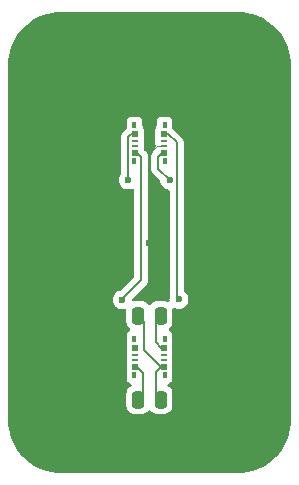
<source format=gtl>
G04 #@! TF.GenerationSoftware,KiCad,Pcbnew,8.0.1*
G04 #@! TF.CreationDate,2024-10-16T00:10:43-06:00*
G04 #@! TF.ProjectId,electrode1,656c6563-7472-46f6-9465-312e6b696361,rev?*
G04 #@! TF.SameCoordinates,Original*
G04 #@! TF.FileFunction,Copper,L1,Top*
G04 #@! TF.FilePolarity,Positive*
%FSLAX46Y46*%
G04 Gerber Fmt 4.6, Leading zero omitted, Abs format (unit mm)*
G04 Created by KiCad (PCBNEW 8.0.1) date 2024-10-16 00:10:43*
%MOMM*%
%LPD*%
G01*
G04 APERTURE LIST*
G04 Aperture macros list*
%AMRoundRect*
0 Rectangle with rounded corners*
0 $1 Rounding radius*
0 $2 $3 $4 $5 $6 $7 $8 $9 X,Y pos of 4 corners*
0 Add a 4 corners polygon primitive as box body*
4,1,4,$2,$3,$4,$5,$6,$7,$8,$9,$2,$3,0*
0 Add four circle primitives for the rounded corners*
1,1,$1+$1,$2,$3*
1,1,$1+$1,$4,$5*
1,1,$1+$1,$6,$7*
1,1,$1+$1,$8,$9*
0 Add four rect primitives between the rounded corners*
20,1,$1+$1,$2,$3,$4,$5,0*
20,1,$1+$1,$4,$5,$6,$7,0*
20,1,$1+$1,$6,$7,$8,$9,0*
20,1,$1+$1,$8,$9,$2,$3,0*%
G04 Aperture macros list end*
G04 #@! TA.AperFunction,SMDPad,CuDef*
%ADD10R,0.330200X0.482600*%
G04 #@! TD*
G04 #@! TA.AperFunction,SMDPad,CuDef*
%ADD11R,0.482600X0.584200*%
G04 #@! TD*
G04 #@! TA.AperFunction,SMDPad,CuDef*
%ADD12R,0.482600X0.279400*%
G04 #@! TD*
G04 #@! TA.AperFunction,SMDPad,CuDef*
%ADD13RoundRect,0.250000X-0.250000X-0.475000X0.250000X-0.475000X0.250000X0.475000X-0.250000X0.475000X0*%
G04 #@! TD*
G04 #@! TA.AperFunction,ViaPad*
%ADD14C,0.600000*%
G04 #@! TD*
G04 #@! TA.AperFunction,Conductor*
%ADD15C,0.200000*%
G04 #@! TD*
G04 #@! TA.AperFunction,Conductor*
%ADD16C,0.100000*%
G04 #@! TD*
G04 APERTURE END LIST*
D10*
X158776200Y-106230003D03*
D11*
X158700000Y-105500000D03*
D12*
X158700000Y-104903200D03*
X158700000Y-104496800D03*
D11*
X158700000Y-103900000D03*
D10*
X158776200Y-103169997D03*
X156223800Y-106230003D03*
D11*
X156300000Y-105500000D03*
D12*
X156300000Y-104903200D03*
X156300000Y-104496800D03*
D11*
X156300000Y-103900000D03*
D10*
X156223800Y-103169997D03*
D13*
X156550000Y-108300000D03*
X158450000Y-108300000D03*
D10*
X156223800Y-85069997D03*
D11*
X156300000Y-85800000D03*
D12*
X156300000Y-86396800D03*
X156300000Y-86803200D03*
D11*
X156300000Y-87400000D03*
D10*
X156223800Y-88130003D03*
X158776200Y-85069997D03*
D11*
X158700000Y-85800000D03*
D12*
X158700000Y-86396800D03*
X158700000Y-86803200D03*
D11*
X158700000Y-87400000D03*
D10*
X158776200Y-88130003D03*
D13*
X156550000Y-101200000D03*
X158450000Y-101200000D03*
D14*
X155200000Y-99850000D03*
X155700000Y-89700000D03*
X159200000Y-89700000D03*
X160000000Y-99800000D03*
X157500000Y-95000000D03*
D15*
X156950000Y-106020000D02*
X156430000Y-105500000D01*
X156950000Y-107900000D02*
X156950000Y-106020000D01*
X156550000Y-108300000D02*
X156950000Y-107900000D01*
X158050000Y-105950000D02*
X158500000Y-105500000D01*
X158500000Y-105500000D02*
X158700000Y-105500000D01*
X158050000Y-107900000D02*
X158050000Y-105950000D01*
X158450000Y-108300000D02*
X158050000Y-107900000D01*
X157049938Y-101699938D02*
X156550000Y-101200000D01*
X157049938Y-104099938D02*
X157049938Y-101699938D01*
X158450000Y-105500000D02*
X157049938Y-104099938D01*
X158700000Y-105500000D02*
X158450000Y-105500000D01*
X158050000Y-101600000D02*
X158450000Y-101200000D01*
X158050000Y-103450197D02*
X158050000Y-101600000D01*
X158499803Y-103900000D02*
X158050000Y-103450197D01*
X158700000Y-103900000D02*
X158499803Y-103900000D01*
X155950000Y-85800000D02*
X156300000Y-85800000D01*
X155700000Y-86050000D02*
X155950000Y-85800000D01*
X155700000Y-89700000D02*
X155700000Y-86050000D01*
X156800000Y-87770000D02*
X156430000Y-87400000D01*
X156800000Y-98150000D02*
X156800000Y-87770000D01*
X155200000Y-99750000D02*
X156800000Y-98150000D01*
X158250000Y-87720000D02*
X158570000Y-87400000D01*
X158250000Y-88750000D02*
X158250000Y-87720000D01*
X159200000Y-89700000D02*
X158250000Y-88750000D01*
X159084200Y-85800000D02*
X158570000Y-85800000D01*
X159800000Y-86515800D02*
X159084200Y-85800000D01*
X159800000Y-99600000D02*
X159800000Y-86515800D01*
X160000000Y-99800000D02*
X159800000Y-99600000D01*
D16*
X157500000Y-87470000D02*
X158170000Y-86800000D01*
X157500000Y-95000000D02*
X157500000Y-87470000D01*
X158170000Y-86800000D02*
X158570000Y-86800000D01*
G04 #@! TA.AperFunction,Conductor*
G36*
X165002702Y-75500617D02*
G01*
X165386771Y-75517386D01*
X165397506Y-75518326D01*
X165775971Y-75568152D01*
X165786597Y-75570025D01*
X166159284Y-75652648D01*
X166169710Y-75655442D01*
X166533765Y-75770227D01*
X166543911Y-75773920D01*
X166896578Y-75920000D01*
X166906369Y-75924566D01*
X167244942Y-76100816D01*
X167254310Y-76106224D01*
X167576244Y-76311318D01*
X167585105Y-76317523D01*
X167887930Y-76549889D01*
X167896217Y-76556843D01*
X168177635Y-76814715D01*
X168185284Y-76822364D01*
X168443156Y-77103782D01*
X168450110Y-77112069D01*
X168682476Y-77414894D01*
X168688681Y-77423755D01*
X168893775Y-77745689D01*
X168899183Y-77755057D01*
X169075430Y-78093623D01*
X169080002Y-78103427D01*
X169226075Y-78456078D01*
X169229775Y-78466244D01*
X169344554Y-78830278D01*
X169347354Y-78840727D01*
X169429971Y-79213389D01*
X169431849Y-79224042D01*
X169481671Y-79602473D01*
X169482614Y-79613249D01*
X169499382Y-79997297D01*
X169499500Y-80002706D01*
X169499500Y-109997293D01*
X169499382Y-110002702D01*
X169482614Y-110386750D01*
X169481671Y-110397526D01*
X169431849Y-110775957D01*
X169429971Y-110786610D01*
X169347354Y-111159272D01*
X169344554Y-111169721D01*
X169229775Y-111533755D01*
X169226075Y-111543921D01*
X169080002Y-111896572D01*
X169075430Y-111906376D01*
X168899183Y-112244942D01*
X168893775Y-112254310D01*
X168688681Y-112576244D01*
X168682476Y-112585105D01*
X168450110Y-112887930D01*
X168443156Y-112896217D01*
X168185284Y-113177635D01*
X168177635Y-113185284D01*
X167896217Y-113443156D01*
X167887930Y-113450110D01*
X167585105Y-113682476D01*
X167576244Y-113688681D01*
X167254310Y-113893775D01*
X167244942Y-113899183D01*
X166906376Y-114075430D01*
X166896572Y-114080002D01*
X166543921Y-114226075D01*
X166533755Y-114229775D01*
X166169721Y-114344554D01*
X166159272Y-114347354D01*
X165786610Y-114429971D01*
X165775957Y-114431849D01*
X165397526Y-114481671D01*
X165386750Y-114482614D01*
X165002703Y-114499382D01*
X164997294Y-114499500D01*
X150002706Y-114499500D01*
X149997297Y-114499382D01*
X149613249Y-114482614D01*
X149602473Y-114481671D01*
X149224042Y-114431849D01*
X149213389Y-114429971D01*
X148840727Y-114347354D01*
X148830278Y-114344554D01*
X148466244Y-114229775D01*
X148456078Y-114226075D01*
X148103427Y-114080002D01*
X148093623Y-114075430D01*
X147755057Y-113899183D01*
X147745689Y-113893775D01*
X147423755Y-113688681D01*
X147414894Y-113682476D01*
X147112069Y-113450110D01*
X147103782Y-113443156D01*
X146822364Y-113185284D01*
X146814715Y-113177635D01*
X146556843Y-112896217D01*
X146549889Y-112887930D01*
X146317523Y-112585105D01*
X146311318Y-112576244D01*
X146106224Y-112254310D01*
X146100816Y-112244942D01*
X145924569Y-111906376D01*
X145919997Y-111896572D01*
X145773924Y-111543921D01*
X145770224Y-111533755D01*
X145655442Y-111169710D01*
X145652648Y-111159284D01*
X145570025Y-110786597D01*
X145568152Y-110775971D01*
X145518326Y-110397506D01*
X145517386Y-110386771D01*
X145500618Y-110002702D01*
X145500500Y-109997293D01*
X145500500Y-99850003D01*
X154394435Y-99850003D01*
X154414630Y-100029249D01*
X154414631Y-100029254D01*
X154474211Y-100199523D01*
X154570184Y-100352262D01*
X154697738Y-100479816D01*
X154850478Y-100575789D01*
X154935573Y-100605565D01*
X155020745Y-100635368D01*
X155020750Y-100635369D01*
X155199996Y-100655565D01*
X155200000Y-100655565D01*
X155200004Y-100655565D01*
X155379249Y-100635369D01*
X155379249Y-100635368D01*
X155379255Y-100635368D01*
X155384539Y-100633518D01*
X155454316Y-100629953D01*
X155514945Y-100664677D01*
X155547177Y-100726668D01*
X155549500Y-100750558D01*
X155549500Y-101725001D01*
X155549501Y-101725019D01*
X155560000Y-101827796D01*
X155560001Y-101827799D01*
X155615185Y-101994331D01*
X155615187Y-101994336D01*
X155707289Y-102143657D01*
X155831343Y-102267711D01*
X155837011Y-102272193D01*
X155835840Y-102273673D01*
X155876125Y-102318467D01*
X155887342Y-102387431D01*
X155859494Y-102451511D01*
X155823732Y-102480880D01*
X155816364Y-102484903D01*
X155701155Y-102571149D01*
X155701152Y-102571152D01*
X155614906Y-102686361D01*
X155614902Y-102686368D01*
X155564610Y-102821210D01*
X155564609Y-102821214D01*
X155558200Y-102880824D01*
X155558200Y-102880831D01*
X155558200Y-102880832D01*
X155558200Y-103459164D01*
X155558201Y-103459179D01*
X155562196Y-103496345D01*
X155562196Y-103522847D01*
X155558200Y-103560020D01*
X155558200Y-104239970D01*
X155558201Y-104239976D01*
X155560498Y-104261342D01*
X155560498Y-104287849D01*
X155558200Y-104309224D01*
X155558200Y-104684366D01*
X155558201Y-104684382D01*
X155558457Y-104686759D01*
X155558457Y-104713228D01*
X155558200Y-104715613D01*
X155558200Y-105090769D01*
X155558201Y-105090776D01*
X155560498Y-105112142D01*
X155560498Y-105138649D01*
X155558200Y-105160024D01*
X155558200Y-105839967D01*
X155558201Y-105839982D01*
X155562196Y-105877148D01*
X155562196Y-105903650D01*
X155558200Y-105940823D01*
X155558200Y-106519173D01*
X155558201Y-106519179D01*
X155564608Y-106578786D01*
X155614902Y-106713631D01*
X155614906Y-106713638D01*
X155701152Y-106828847D01*
X155701155Y-106828850D01*
X155816364Y-106915096D01*
X155816371Y-106915100D01*
X155908592Y-106949496D01*
X155964526Y-106991367D01*
X155988943Y-107056831D01*
X155974092Y-107125104D01*
X155930356Y-107171216D01*
X155831347Y-107232285D01*
X155831343Y-107232288D01*
X155707289Y-107356342D01*
X155615187Y-107505663D01*
X155615186Y-107505666D01*
X155560001Y-107672203D01*
X155560001Y-107672204D01*
X155560000Y-107672204D01*
X155549500Y-107774983D01*
X155549500Y-108825001D01*
X155549501Y-108825019D01*
X155560000Y-108927796D01*
X155560001Y-108927799D01*
X155600000Y-109048505D01*
X155615186Y-109094334D01*
X155707288Y-109243656D01*
X155831344Y-109367712D01*
X155980666Y-109459814D01*
X156147203Y-109514999D01*
X156249991Y-109525500D01*
X156850008Y-109525499D01*
X156850016Y-109525498D01*
X156850019Y-109525498D01*
X156906302Y-109519748D01*
X156952797Y-109514999D01*
X157119334Y-109459814D01*
X157268656Y-109367712D01*
X157392712Y-109243656D01*
X157394461Y-109240819D01*
X157396169Y-109239283D01*
X157397193Y-109237989D01*
X157397414Y-109238163D01*
X157446406Y-109194096D01*
X157515368Y-109182872D01*
X157579451Y-109210713D01*
X157605537Y-109240817D01*
X157607288Y-109243656D01*
X157731344Y-109367712D01*
X157880666Y-109459814D01*
X158047203Y-109514999D01*
X158149991Y-109525500D01*
X158750008Y-109525499D01*
X158750016Y-109525498D01*
X158750019Y-109525498D01*
X158806302Y-109519748D01*
X158852797Y-109514999D01*
X159019334Y-109459814D01*
X159168656Y-109367712D01*
X159292712Y-109243656D01*
X159384814Y-109094334D01*
X159439999Y-108927797D01*
X159450500Y-108825009D01*
X159450499Y-107774992D01*
X159439999Y-107672203D01*
X159384814Y-107505666D01*
X159292712Y-107356344D01*
X159168656Y-107232288D01*
X159069642Y-107171216D01*
X159022919Y-107119269D01*
X159011696Y-107050306D01*
X159039540Y-106986224D01*
X159091408Y-106949496D01*
X159183626Y-106915101D01*
X159183626Y-106915100D01*
X159183631Y-106915099D01*
X159298846Y-106828849D01*
X159385096Y-106713634D01*
X159435391Y-106578786D01*
X159441800Y-106519176D01*
X159441799Y-105940831D01*
X159437802Y-105903648D01*
X159437802Y-105877148D01*
X159441800Y-105839973D01*
X159441799Y-105160028D01*
X159439501Y-105138655D01*
X159439501Y-105112151D01*
X159441800Y-105090773D01*
X159441799Y-104715628D01*
X159441545Y-104713265D01*
X159441545Y-104686743D01*
X159441800Y-104684373D01*
X159441799Y-104309228D01*
X159439501Y-104287855D01*
X159439501Y-104261351D01*
X159441800Y-104239973D01*
X159441799Y-103560028D01*
X159437802Y-103522845D01*
X159437802Y-103496345D01*
X159441800Y-103459170D01*
X159441799Y-102880825D01*
X159435391Y-102821214D01*
X159385096Y-102686366D01*
X159385095Y-102686365D01*
X159385093Y-102686361D01*
X159298847Y-102571152D01*
X159298844Y-102571149D01*
X159183633Y-102484901D01*
X159176270Y-102480881D01*
X159126866Y-102431475D01*
X159112015Y-102363202D01*
X159136433Y-102297738D01*
X159163575Y-102272934D01*
X159162989Y-102272193D01*
X159168650Y-102267715D01*
X159168656Y-102267712D01*
X159292712Y-102143656D01*
X159384814Y-101994334D01*
X159439999Y-101827797D01*
X159450500Y-101725009D01*
X159450499Y-100674992D01*
X159446318Y-100634066D01*
X159459087Y-100565375D01*
X159506967Y-100514490D01*
X159574757Y-100497569D01*
X159635648Y-100516471D01*
X159650476Y-100525788D01*
X159650478Y-100525789D01*
X159772299Y-100568416D01*
X159820745Y-100585368D01*
X159820750Y-100585369D01*
X159999996Y-100605565D01*
X160000000Y-100605565D01*
X160000004Y-100605565D01*
X160179249Y-100585369D01*
X160179252Y-100585368D01*
X160179255Y-100585368D01*
X160349522Y-100525789D01*
X160502262Y-100429816D01*
X160629816Y-100302262D01*
X160725789Y-100149522D01*
X160785368Y-99979255D01*
X160786095Y-99972806D01*
X160805565Y-99800003D01*
X160805565Y-99799996D01*
X160785369Y-99620750D01*
X160785368Y-99620745D01*
X160725788Y-99450476D01*
X160629815Y-99297737D01*
X160502261Y-99170183D01*
X160458528Y-99142704D01*
X160412237Y-99090370D01*
X160400500Y-99037710D01*
X160400500Y-86436746D01*
X160400499Y-86436739D01*
X160390789Y-86400500D01*
X160359577Y-86284015D01*
X160322447Y-86219704D01*
X160322447Y-86219703D01*
X160280524Y-86147090D01*
X160280521Y-86147086D01*
X160280520Y-86147084D01*
X160168716Y-86035280D01*
X160168715Y-86035279D01*
X160164385Y-86030949D01*
X160164374Y-86030939D01*
X159571790Y-85438355D01*
X159571787Y-85438351D01*
X159571787Y-85438352D01*
X159564720Y-85431285D01*
X159564720Y-85431284D01*
X159478117Y-85344681D01*
X159444633Y-85283357D01*
X159441799Y-85257000D01*
X159441799Y-84780826D01*
X159441798Y-84780820D01*
X159441797Y-84780813D01*
X159435391Y-84721214D01*
X159385096Y-84586366D01*
X159385095Y-84586365D01*
X159385093Y-84586361D01*
X159298847Y-84471152D01*
X159298844Y-84471149D01*
X159183635Y-84384903D01*
X159183628Y-84384899D01*
X159048786Y-84334607D01*
X159048785Y-84334606D01*
X159048783Y-84334606D01*
X158989173Y-84328197D01*
X158989163Y-84328197D01*
X158563229Y-84328197D01*
X158563223Y-84328198D01*
X158503616Y-84334605D01*
X158368771Y-84384899D01*
X158368764Y-84384903D01*
X158253555Y-84471149D01*
X158253552Y-84471152D01*
X158167306Y-84586361D01*
X158167302Y-84586368D01*
X158117008Y-84721214D01*
X158110601Y-84780813D01*
X158110601Y-84780820D01*
X158110600Y-84780832D01*
X158110600Y-85096464D01*
X158090915Y-85163503D01*
X158085867Y-85170775D01*
X158014903Y-85265569D01*
X158014902Y-85265571D01*
X157964610Y-85400413D01*
X157964609Y-85400417D01*
X157958200Y-85460027D01*
X157958200Y-85460034D01*
X157958200Y-85460035D01*
X157958200Y-86139970D01*
X157958201Y-86139976D01*
X157960498Y-86161342D01*
X157960498Y-86187849D01*
X157958200Y-86209224D01*
X157958200Y-86584365D01*
X157958202Y-86584391D01*
X157958708Y-86589097D01*
X157958709Y-86612350D01*
X157958877Y-86612359D01*
X157958709Y-86615476D01*
X157958710Y-86615572D01*
X157958700Y-86615665D01*
X157958700Y-86663500D01*
X157960657Y-86665457D01*
X157989158Y-86709805D01*
X158014917Y-86778868D01*
X158019901Y-86848559D01*
X158014915Y-86865540D01*
X158011761Y-86873995D01*
X157983263Y-86918337D01*
X157958700Y-86942900D01*
X157958700Y-86990730D01*
X157960750Y-87009798D01*
X157960750Y-87036306D01*
X157958200Y-87060024D01*
X157958200Y-87111202D01*
X157938515Y-87178241D01*
X157921881Y-87198883D01*
X157769481Y-87351282D01*
X157769479Y-87351285D01*
X157719361Y-87438094D01*
X157719359Y-87438096D01*
X157690425Y-87488209D01*
X157690424Y-87488210D01*
X157690423Y-87488215D01*
X157649499Y-87640943D01*
X157649499Y-87640945D01*
X157649499Y-87809046D01*
X157649500Y-87809059D01*
X157649500Y-88663330D01*
X157649499Y-88663348D01*
X157649499Y-88829054D01*
X157649498Y-88829054D01*
X157690423Y-88981785D01*
X157719358Y-89031900D01*
X157719359Y-89031904D01*
X157719360Y-89031904D01*
X157769479Y-89118714D01*
X157769481Y-89118717D01*
X157888349Y-89237585D01*
X157888355Y-89237590D01*
X158369298Y-89718533D01*
X158402783Y-89779856D01*
X158404837Y-89792330D01*
X158414630Y-89879249D01*
X158474210Y-90049521D01*
X158570184Y-90202262D01*
X158697738Y-90329816D01*
X158850478Y-90425789D01*
X159020745Y-90485368D01*
X159089384Y-90493101D01*
X159153796Y-90520166D01*
X159193352Y-90577760D01*
X159199500Y-90616321D01*
X159199500Y-99513330D01*
X159199499Y-99513348D01*
X159199499Y-99679056D01*
X159200560Y-99687114D01*
X159200076Y-99687177D01*
X159202899Y-99724867D01*
X159194435Y-99799995D01*
X159194435Y-99800003D01*
X159208070Y-99921023D01*
X159196015Y-99989845D01*
X159148666Y-100041224D01*
X159081056Y-100058848D01*
X159026273Y-100042401D01*
X159025882Y-100043240D01*
X159020125Y-100040555D01*
X159019753Y-100040444D01*
X159019342Y-100040190D01*
X159019336Y-100040187D01*
X159019334Y-100040186D01*
X158852797Y-99985001D01*
X158852795Y-99985000D01*
X158750010Y-99974500D01*
X158149998Y-99974500D01*
X158149980Y-99974501D01*
X158047203Y-99985000D01*
X158047200Y-99985001D01*
X157880668Y-100040185D01*
X157880663Y-100040187D01*
X157731342Y-100132289D01*
X157607285Y-100256346D01*
X157605537Y-100259182D01*
X157603829Y-100260717D01*
X157602807Y-100262011D01*
X157602585Y-100261836D01*
X157553589Y-100305905D01*
X157484626Y-100317126D01*
X157420544Y-100289282D01*
X157394463Y-100259182D01*
X157392714Y-100256346D01*
X157268657Y-100132289D01*
X157268656Y-100132288D01*
X157149590Y-100058848D01*
X157119336Y-100040187D01*
X157119331Y-100040185D01*
X157086328Y-100029249D01*
X156952797Y-99985001D01*
X156952795Y-99985000D01*
X156850010Y-99974500D01*
X156249998Y-99974500D01*
X156249980Y-99974501D01*
X156141573Y-99985576D01*
X156072880Y-99972806D01*
X156021996Y-99924925D01*
X156005076Y-99857135D01*
X156005565Y-99850772D01*
X156005565Y-99845031D01*
X156025250Y-99777992D01*
X156041884Y-99757350D01*
X156298758Y-99500476D01*
X157280520Y-98518716D01*
X157359577Y-98381784D01*
X157400501Y-98229057D01*
X157400501Y-98070942D01*
X157400501Y-98063347D01*
X157400500Y-98063329D01*
X157400500Y-87859059D01*
X157400501Y-87859046D01*
X157400501Y-87690945D01*
X157400501Y-87690943D01*
X157359577Y-87538215D01*
X157325422Y-87479057D01*
X157280520Y-87401284D01*
X157168716Y-87289480D01*
X157168715Y-87289479D01*
X157164385Y-87285149D01*
X157164374Y-87285139D01*
X157078118Y-87198883D01*
X157044633Y-87137560D01*
X157041799Y-87111202D01*
X157041799Y-87060036D01*
X157041799Y-87060028D01*
X157039501Y-87038655D01*
X157039501Y-87012151D01*
X157041800Y-86990773D01*
X157041799Y-86615628D01*
X157041545Y-86613265D01*
X157041545Y-86586743D01*
X157041800Y-86584373D01*
X157041799Y-86209228D01*
X157039501Y-86187855D01*
X157039501Y-86161351D01*
X157041800Y-86139973D01*
X157041799Y-85460028D01*
X157035391Y-85400417D01*
X157027358Y-85378880D01*
X156985097Y-85265571D01*
X156985093Y-85265564D01*
X156914133Y-85170774D01*
X156889715Y-85105310D01*
X156889399Y-85096463D01*
X156889399Y-84780826D01*
X156889398Y-84780820D01*
X156889397Y-84780813D01*
X156882991Y-84721214D01*
X156832696Y-84586366D01*
X156832695Y-84586365D01*
X156832693Y-84586361D01*
X156746447Y-84471152D01*
X156746444Y-84471149D01*
X156631235Y-84384903D01*
X156631228Y-84384899D01*
X156496386Y-84334607D01*
X156496385Y-84334606D01*
X156496383Y-84334606D01*
X156436773Y-84328197D01*
X156436763Y-84328197D01*
X156010829Y-84328197D01*
X156010823Y-84328198D01*
X155951216Y-84334605D01*
X155816371Y-84384899D01*
X155816364Y-84384903D01*
X155701155Y-84471149D01*
X155701152Y-84471152D01*
X155614906Y-84586361D01*
X155614902Y-84586368D01*
X155564608Y-84721214D01*
X155558201Y-84780813D01*
X155558201Y-84780820D01*
X155558200Y-84780832D01*
X155558200Y-85291200D01*
X155538515Y-85358239D01*
X155521882Y-85378880D01*
X155469480Y-85431283D01*
X155469478Y-85431286D01*
X155219481Y-85681282D01*
X155219479Y-85681285D01*
X155169361Y-85768094D01*
X155169359Y-85768096D01*
X155140425Y-85818209D01*
X155140424Y-85818210D01*
X155140423Y-85818215D01*
X155099499Y-85970943D01*
X155099499Y-85970945D01*
X155099499Y-86139046D01*
X155099500Y-86139059D01*
X155099500Y-89117587D01*
X155079815Y-89184626D01*
X155072450Y-89194896D01*
X155070186Y-89197734D01*
X154974211Y-89350476D01*
X154914631Y-89520745D01*
X154914630Y-89520750D01*
X154894435Y-89699996D01*
X154894435Y-89700003D01*
X154914630Y-89879249D01*
X154914631Y-89879254D01*
X154974211Y-90049523D01*
X155070184Y-90202262D01*
X155197738Y-90329816D01*
X155350478Y-90425789D01*
X155520739Y-90485366D01*
X155520745Y-90485368D01*
X155520750Y-90485369D01*
X155699996Y-90505565D01*
X155700000Y-90505565D01*
X155700004Y-90505565D01*
X155879249Y-90485369D01*
X155879251Y-90485368D01*
X155879255Y-90485368D01*
X155879258Y-90485366D01*
X155879262Y-90485366D01*
X156034545Y-90431030D01*
X156104324Y-90427468D01*
X156164951Y-90462196D01*
X156197179Y-90524190D01*
X156199500Y-90548071D01*
X156199500Y-97849902D01*
X156179815Y-97916941D01*
X156163181Y-97937583D01*
X155064426Y-99036337D01*
X155017699Y-99065698D01*
X154850478Y-99124210D01*
X154697737Y-99220184D01*
X154570184Y-99347737D01*
X154474211Y-99500476D01*
X154414631Y-99670745D01*
X154414630Y-99670750D01*
X154394435Y-99849996D01*
X154394435Y-99850003D01*
X145500500Y-99850003D01*
X145500500Y-80002706D01*
X145500618Y-79997297D01*
X145503377Y-79934108D01*
X145517386Y-79613226D01*
X145518326Y-79602495D01*
X145568152Y-79224025D01*
X145570025Y-79213405D01*
X145652649Y-78840709D01*
X145655440Y-78830295D01*
X145770230Y-78466227D01*
X145773917Y-78456095D01*
X145920003Y-78103412D01*
X145924561Y-78093638D01*
X146100822Y-77755045D01*
X146106217Y-77745700D01*
X146311325Y-77423744D01*
X146317515Y-77414905D01*
X146549896Y-77112060D01*
X146556834Y-77103791D01*
X146814726Y-76822352D01*
X146822352Y-76814726D01*
X147103791Y-76556834D01*
X147112060Y-76549896D01*
X147414905Y-76317515D01*
X147423744Y-76311325D01*
X147745700Y-76106217D01*
X147755045Y-76100822D01*
X148093638Y-75924561D01*
X148103412Y-75920003D01*
X148456095Y-75773917D01*
X148466227Y-75770230D01*
X148830295Y-75655440D01*
X148840709Y-75652649D01*
X149213405Y-75570025D01*
X149224025Y-75568152D01*
X149602495Y-75518326D01*
X149613226Y-75517386D01*
X149997297Y-75500617D01*
X150002706Y-75500500D01*
X150065892Y-75500500D01*
X164934108Y-75500500D01*
X164997294Y-75500500D01*
X165002702Y-75500617D01*
G37*
G04 #@! TD.AperFunction*
M02*

</source>
